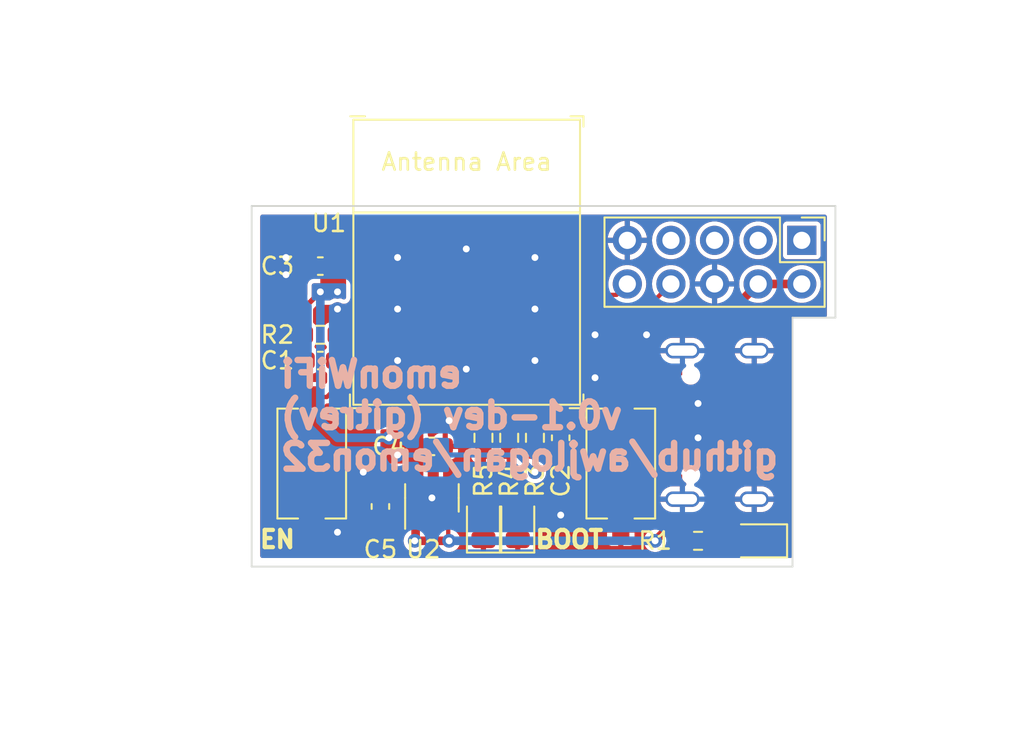
<source format=kicad_pcb>
(kicad_pcb (version 20221018) (generator pcbnew)
  (layers (0 "F.Cu" signal) (31 "B.Cu" signal) (34 "B.Paste" user) (35 "F.Paste" user) (36 "B.SilkS" user "B.Silkscreen") (37 "F.SilkS" user "F.Silkscreen") (38 "B.Mask" user) (39 "F.Mask" user) (44 "Edge.Cuts" user))
  (net 0 "")
  (net 2 "GND")
  (net 3 "+3V3")
  (net 17 "/GPIO8")
  (net 22 "/UART_RX")
  (net 23 "/UART_TX")
  (net 28 "/EN")
  (net 29 "/BOOT")
  (net 30 "+5V")
  (net 31 "Net-(D1-A)")
  (net 33 "Net-(D2-A)")
  (net 34 "Net-(D3-A)")
  (net 35 "/LINK")
  (net 36 "/STATUS")
  (net 37 "/USB_DN")
  (net 38 "/USB_DP")
  (footprint "Capacitor_SMD:C_0603_1608Metric" (layer "F.Cu") (at 139 78.5 180)
    (fp_text reference "C3" (at 2.5 0 180) (layer "F.SilkS"))
    (fp_text value "100n")
    (fp_line (start -0.14058 -0.51) (end 0.14058 -0.51) (stroke (width 0.12)) (layer "F.SilkS"))
    (fp_line (start -0.14058 0.51) (end 0.14058 0.51) (stroke (width 0.12)) (layer "F.SilkS"))
    (pad "1" smd roundrect (at -0.775 0 180) (size 0.9 0.95) (layers "F.Cu" "F.Paste" "F.Mask") (net 3 "+3V3"))
    (pad "2" smd roundrect (at 0.775 0 180) (size 0.9 0.95) (layers "F.Cu" "F.Paste" "F.Mask") (net 2 "GND"))
  )
  (footprint "Resistor_SMD:R_0603_1608Metric" (layer "F.Cu") (at 139 82.5)
    (fp_text reference "R2" (at -2.5 0 180) (layer "F.SilkS"))
    (fp_text value "10K")
    (fp_line (start -0.237258 -0.5225) (end 0.237258 -0.5225) (stroke (width 0.12)) (layer "F.SilkS"))
    (fp_line (start -0.237258 0.5225) (end 0.237258 0.5225) (stroke (width 0.12)) (layer "F.SilkS"))
    (pad "1" smd roundrect (at -0.825 0) (size 0.8 0.95) (layers "F.Cu" "F.Paste" "F.Mask") (net 3 "+3V3"))
    (pad "2" smd roundrect (at 0.825 0) (size 0.8 0.95) (layers "F.Cu" "F.Paste" "F.Mask") (net 28 "/EN"))
  )
  (footprint "Resistor_SMD:R_0603_1608Metric" (layer "F.Cu") (at 148.5 88.5 -90)
    (fp_text reference "R5" (at 2.5 0 -270) (layer "F.SilkS"))
    (fp_text value "1K")
    (fp_line (start -0.237258 -0.5225) (end 0.237258 -0.5225) (stroke (width 0.12)) (layer "F.SilkS"))
    (fp_line (start -0.237258 0.5225) (end 0.237258 0.5225) (stroke (width 0.12)) (layer "F.SilkS"))
    (pad "1" smd roundrect (at -0.825 0 270) (size 0.8 0.95) (layers "F.Cu" "F.Paste" "F.Mask") (net 36 "/STATUS"))
    (pad "2" smd roundrect (at 0.825 0 270) (size 0.8 0.95) (layers "F.Cu" "F.Paste" "F.Mask") (net 34 "Net-(D3-A)"))
  )
  (footprint "LED_SMD:LED_0805_2012Metric" (layer "F.Cu") (at 164.5 94.5 180)
    (fp_text reference "D1" hide)
    (fp_text value "LED")
    (fp_line (start -1.685 -0.96) (end -1.685 0.96) (stroke (width 0.12)) (layer "F.SilkS"))
    (fp_line (start -1.685 0.96) (end 1 0.96) (stroke (width 0.12)) (layer "F.SilkS"))
    (fp_line (start 1 -0.96) (end -1.685 -0.96) (stroke (width 0.12)) (layer "F.SilkS"))
    (pad "1" smd roundrect (at -0.9375 0 180) (size 0.975 1.4) (layers "F.Cu" "F.Paste" "F.Mask") (net 2 "GND"))
    (pad "2" smd roundrect (at 0.9375 0 180) (size 0.975 1.4) (layers "F.Cu" "F.Paste" "F.Mask") (net 31 "Net-(D1-A)"))
  )
  (footprint "LED_SMD:LED_0805_2012Metric" (layer "F.Cu") (at 150.5 93.5 90)
    (fp_text reference "D2" hide)
    (fp_text value "LED")
    (fp_line (start -1.685 -0.96) (end -1.685 0.96) (stroke (width 0.12)) (layer "F.SilkS"))
    (fp_line (start -1.685 0.96) (end 1 0.96) (stroke (width 0.12)) (layer "F.SilkS"))
    (fp_line (start 1 -0.96) (end -1.685 -0.96) (stroke (width 0.12)) (layer "F.SilkS"))
    (pad "1" smd roundrect (at -0.9375 0 90) (size 0.975 1.4) (layers "F.Cu" "F.Paste" "F.Mask") (net 2 "GND"))
    (pad "2" smd roundrect (at 0.9375 0 90) (size 0.975 1.4) (layers "F.Cu" "F.Paste" "F.Mask") (net 33 "Net-(D2-A)"))
  )
  (footprint "Resistor_SMD:R_0603_1608Metric" (layer "F.Cu") (at 151.5 88.5 90)
    (fp_text reference "R3" (at -2.5 0 90) (layer "F.SilkS"))
    (fp_text value "10K")
    (fp_line (start -0.237258 -0.5225) (end 0.237258 -0.5225) (stroke (width 0.12)) (layer "F.SilkS"))
    (fp_line (start -0.237258 0.5225) (end 0.237258 0.5225) (stroke (width 0.12)) (layer "F.SilkS"))
    (pad "1" smd roundrect (at -0.825 0 90) (size 0.8 0.95) (layers "F.Cu" "F.Paste" "F.Mask") (net 3 "+3V3"))
    (pad "2" smd roundrect (at 0.825 0 90) (size 0.8 0.95) (layers "F.Cu" "F.Paste" "F.Mask") (net 17 "/GPIO8"))
  )
  (footprint "Button_Switch_SMD:SW_Tactile_SPST_NO_Straight_CK_PTS636Sx25SMTRLFS" (layer "F.Cu") (at 138.5 90 90)
    (fp_text reference "SW1" hide)
    (fp_text value "SW_Push")
    (fp_line (start -3.2 -2) (end -3.2 -0.8) (stroke (width 0.12)) (layer "F.SilkS"))
    (fp_line (start -3.2 0.8) (end -3.2 2) (stroke (width 0.12)) (layer "F.SilkS"))
    (fp_line (start -3.2 2) (end 3.2 2) (stroke (width 0.12)) (layer "F.SilkS"))
    (fp_line (start 3.2 -2) (end -3.2 -2) (stroke (width 0.12)) (layer "F.SilkS"))
    (fp_line (start 3.2 -0.8) (end 3.2 -2) (stroke (width 0.12)) (layer "F.SilkS"))
    (fp_line (start 3.2 2) (end 3.2 0.8) (stroke (width 0.12)) (layer "F.SilkS"))
    (pad "1" smd rect (at -3.875 0 90) (size 1.25 1) (layers "F.Cu" "F.Paste" "F.Mask") (net 2 "GND"))
    (pad "2" smd rect (at 3.875 0 90) (size 1.25 1) (layers "F.Cu" "F.Paste" "F.Mask") (net 28 "/EN"))
  )
  (footprint "Resistor_SMD:R_0603_1608Metric" (layer "F.Cu") (at 150 88.5 -90)
    (fp_text reference "R4" (at 2.5 0 -270) (layer "F.SilkS"))
    (fp_text value "1K")
    (fp_line (start -0.237258 -0.5225) (end 0.237258 -0.5225) (stroke (width 0.12)) (layer "F.SilkS"))
    (fp_line (start -0.237258 0.5225) (end 0.237258 0.5225) (stroke (width 0.12)) (layer "F.SilkS"))
    (pad "1" smd roundrect (at -0.825 0 270) (size 0.8 0.95) (layers "F.Cu" "F.Paste" "F.Mask") (net 35 "/LINK"))
    (pad "2" smd roundrect (at 0.825 0 270) (size 0.8 0.95) (layers "F.Cu" "F.Paste" "F.Mask") (net 33 "Net-(D2-A)"))
  )
  (footprint "Button_Switch_SMD:SW_Tactile_SPST_NO_Straight_CK_PTS636Sx25SMTRLFS" (layer "F.Cu") (at 156.5 90 90)
    (fp_text reference "SW2" hide)
    (fp_text value "SW_Push")
    (fp_line (start -3.2 -2) (end -3.2 -0.8) (stroke (width 0.12)) (layer "F.SilkS"))
    (fp_line (start -3.2 0.8) (end -3.2 2) (stroke (width 0.12)) (layer "F.SilkS"))
    (fp_line (start -3.2 2) (end 3.2 2) (stroke (width 0.12)) (layer "F.SilkS"))
    (fp_line (start 3.2 -2) (end -3.2 -2) (stroke (width 0.12)) (layer "F.SilkS"))
    (fp_line (start 3.2 -0.8) (end 3.2 -2) (stroke (width 0.12)) (layer "F.SilkS"))
    (fp_line (start 3.2 2) (end 3.2 0.8) (stroke (width 0.12)) (layer "F.SilkS"))
    (pad "1" smd rect (at -3.875 0 90) (size 1.25 1) (layers "F.Cu" "F.Paste" "F.Mask") (net 2 "GND"))
    (pad "2" smd rect (at 3.875 0 90) (size 1.25 1) (layers "F.Cu" "F.Paste" "F.Mask") (net 29 "/BOOT"))
  )
  (footprint "PCM_Espressif:ESP32-C3-MINI-1" (layer "F.Cu") (at 147.525 78.275)
    (fp_text reference "U1" (at -8.025 -2.275) (layer "F.SilkS"))
    (fp_text value "ESP32-C3-MINI-1")
    (fp_text user "Antenna Area" (at 0 -5.85) (layer "F.SilkS"))
    (fp_line (start -6.8 7.7) (end -6.8 8.5) (stroke (width 0.12)) (layer "F.SilkS"))
    (fp_line (start -6.8 8.5) (end -6 8.5) (stroke (width 0.12)) (layer "F.SilkS"))
    (fp_line (start -6.6 -8.3) (end 6.6 -8.3) (stroke (width 0.12)) (layer "F.SilkS"))
    (fp_line (start -6.6 -2.9) (end 6.6 -2.9) (stroke (width 0.12)) (layer "F.SilkS"))
    (fp_line (start -6.6 8.3) (end -6.6 -8.3) (stroke (width 0.12)) (layer "F.SilkS"))
    (fp_line (start -5.925 -8.5) (end -6.775 -8.5) (stroke (width 0.12)) (layer "F.SilkS"))
    (fp_line (start 6.05 -8.5) (end 6.8 -8.5) (stroke (width 0.12)) (layer "F.SilkS"))
    (fp_line (start 6.6 -8.3) (end 6.6 8.3) (stroke (width 0.12)) (layer "F.SilkS"))
    (fp_line (start 6.6 8.3) (end -6.6 8.3) (stroke (width 0.12)) (layer "F.SilkS"))
    (fp_line (start 6.8 -8.5) (end 6.8 -7.9) (stroke (width 0.12)) (layer "F.SilkS"))
    (fp_line (start 6.8 7.7) (end 6.8 8.5) (stroke (width 0.12)) (layer "F.SilkS"))
    (fp_line (start 6.8 8.5) (end 6 8.5) (stroke (width 0.12)) (layer "F.SilkS"))
    (pad "1" smd rect (at -5.9 -1.3 90) (size 0.4 0.8) (layers "F.Cu" "F.Paste" "F.Mask") (net 2 "GND"))
    (pad "2" smd rect (at -5.9 -0.5 90) (size 0.4 0.8) (layers "F.Cu" "F.Paste" "F.Mask") (net 2 "GND"))
    (pad "3" smd rect (at -5.9 0.3 90) (size 0.4 0.8) (layers "F.Cu" "F.Paste" "F.Mask") (net 3 "+3V3"))
    (pad "4" smd rect (at -5.9 1.1 90) (size 0.4 0.8) (layers "F.Cu" "F.Paste" "F.Mask"))
    (pad "5" smd rect (at -5.9 1.9 90) (size 0.4 0.8) (layers "F.Cu" "F.Paste" "F.Mask"))
    (pad "6" smd rect (at -5.9 2.7 90) (size 0.4 0.8) (layers "F.Cu" "F.Paste" "F.Mask"))
    (pad "7" smd rect (at -5.9 3.5 90) (size 0.4 0.8) (layers "F.Cu" "F.Paste" "F.Mask"))
    (pad "8" smd rect (at -5.9 4.3 90) (size 0.4 0.8) (layers "F.Cu" "F.Paste" "F.Mask") (net 28 "/EN"))
    (pad "9" smd rect (at -5.9 5.1 90) (size 0.4 0.8) (layers "F.Cu" "F.Paste" "F.Mask"))
    (pad "10" smd rect (at -5.9 5.9 90) (size 0.4 0.8) (layers "F.Cu" "F.Paste" "F.Mask"))
    (pad "11" smd rect (at -5.9 6.7 90) (size 0.4 0.8) (layers "F.Cu" "F.Paste" "F.Mask") (net 2 "GND"))
    (pad "12" smd rect (at -4.8 7.6) (size 0.4 0.8) (layers "F.Cu" "F.Paste" "F.Mask"))
    (pad "13" smd rect (at -4 7.6) (size 0.4 0.8) (layers "F.Cu" "F.Paste" "F.Mask"))
    (pad "14" smd rect (at -3.2 7.6) (size 0.4 0.8) (layers "F.Cu" "F.Paste" "F.Mask") (net 2 "GND"))
    (pad "15" smd rect (at -2.4 7.6) (size 0.4 0.8) (layers "F.Cu" "F.Paste" "F.Mask"))
    (pad "16" smd rect (at -1.6 7.6) (size 0.4 0.8) (layers "F.Cu" "F.Paste" "F.Mask"))
    (pad "17" smd rect (at -0.8 7.6) (size 0.4 0.8) (layers "F.Cu" "F.Paste" "F.Mask"))
    (pad "18" smd rect (at 0 7.6) (size 0.4 0.8) (layers "F.Cu" "F.Paste" "F.Mask"))
    (pad "19" smd rect (at 0.8 7.6) (size 0.4 0.8) (layers "F.Cu" "F.Paste" "F.Mask"))
    (pad "20" smd rect (at 1.6 7.6) (size 0.4 0.8) (layers "F.Cu" "F.Paste" "F.Mask") (net 36 "/STATUS"))
    (pad "21" smd rect (at 2.4 7.6) (size 0.4 0.8) (layers "F.Cu" "F.Paste" "F.Mask") (net 35 "/LINK"))
    (pad "22" smd rect (at 3.2 7.6) (size 0.4 0.8) (layers "F.Cu" "F.Paste" "F.Mask") (net 17 "/GPIO8"))
    (pad "23" smd rect (at 4 7.6) (size 0.4 0.8) (layers "F.Cu" "F.Paste" "F.Mask") (net 29 "/BOOT"))
    (pad "24" smd rect (at 4.8 7.6) (size 0.4 0.8) (layers "F.Cu" "F.Paste" "F.Mask"))
    (pad "25" smd rect (at 5.9 6.7 90) (size 0.4 0.8) (layers "F.Cu" "F.Paste" "F.Mask"))
    (pad "26" smd rect (at 5.9 5.9 90) (size 0.4 0.8) (layers "F.Cu" "F.Paste" "F.Mask") (net 37 "/USB_DN"))
    (pad "27" smd rect (at 5.9 5.1 90) (size 0.4 0.8) (layers "F.Cu" "F.Paste" "F.Mask") (net 38 "/USB_DP"))
    (pad "28" smd rect (at 5.9 4.3 90) (size 0.4 0.8) (layers "F.Cu" "F.Paste" "F.Mask"))
    (pad "29" smd rect (at 5.9 3.5 90) (size 0.4 0.8) (layers "F.Cu" "F.Paste" "F.Mask"))
    (pad "30" smd rect (at 5.9 2.7 90) (size 0.4 0.8) (layers "F.Cu" "F.Paste" "F.Mask") (net 22 "/UART_RX"))
    (pad "31" smd rect (at 5.9 1.9 90) (size 0.4 0.8) (layers "F.Cu" "F.Paste" "F.Mask") (net 23 "/UART_TX"))
    (pad "32" smd rect (at 5.9 1.1 90) (size 0.4 0.8) (layers "F.Cu" "F.Paste" "F.Mask"))
    (pad "33" smd rect (at 5.9 0.3 90) (size 0.4 0.8) (layers "F.Cu" "F.Paste" "F.Mask"))
    (pad "34" smd rect (at 5.9 -0.5 90) (size 0.4 0.8) (layers "F.Cu" "F.Paste" "F.Mask"))
    (pad "35" smd rect (at 5.9 -1.3 90) (size 0.4 0.8) (layers "F.Cu" "F.Paste" "F.Mask"))
    (pad "36" smd rect (at 4.8 -2.2) (size 0.4 0.8) (layers "F.Cu" "F.Paste" "F.Mask") (net 2 "GND"))
    (pad "37" smd rect (at 4 -2.2) (size 0.4 0.8) (layers "F.Cu" "F.Paste" "F.Mask") (net 2 "GND"))
    (pad "38" smd rect (at 3.2 -2.2) (size 0.4 0.8) (layers "F.Cu" "F.Paste" "F.Mask") (net 2 "GND"))
    (pad "39" smd rect (at 2.4 -2.2) (size 0.4 0.8) (layers "F.Cu" "F.Paste" "F.Mask") (net 2 "GND"))
    (pad "40" smd rect (at 1.6 -2.2) (size 0.4 0.8) (layers "F.Cu" "F.Paste" "F.Mask") (net 2 "GND"))
    (pad "41" smd rect (at 0.8 -2.2) (size 0.4 0.8) (layers "F.Cu" "F.Paste" "F.Mask") (net 2 "GND"))
    (pad "42" smd rect (at 0 -2.2) (size 0.4 0.8) (layers "F.Cu" "F.Paste" "F.Mask") (net 2 "GND"))
    (pad "43" smd rect (at -0.8 -2.2) (size 0.4 0.8) (layers "F.Cu" "F.Paste" "F.Mask") (net 2 "GND"))
    (pad "44" smd rect (at -1.6 -2.2) (size 0.4 0.8) (layers "F.Cu" "F.Paste" "F.Mask") (net 2 "GND"))
    (pad "45" smd rect (at -2.4 -2.2) (size 0.4 0.8) (layers "F.Cu" "F.Paste" "F.Mask") (net 2 "GND"))
    (pad "46" smd rect (at -3.2 -2.2) (size 0.4 0.8) (layers "F.Cu" "F.Paste" "F.Mask") (net 2 "GND"))
    (pad "47" smd rect (at -4 -2.2) (size 0.4 0.8) (layers "F.Cu" "F.Paste" "F.Mask") (net 2 "GND"))
    (pad "48" smd rect (at -4.8 -2.2) (size 0.4 0.8) (layers "F.Cu" "F.Paste" "F.Mask") (net 2 "GND"))
    (pad "49" smd custom (at -1.975 0.725) (size 0.8 0.8) (layers "F.Cu" "F.Paste" "F.Mask") (net 2 "GND") (options (clearance outline) (anchor rect)) (primitives (gr_poly (pts (xy 0.725 0.725) (xy -0.725 0.725) (xy -0.725 -0.125) (xy -0.125 -0.725) (xy 0.725 -0.725)) (width 0) (fill yes))))
    (pad "49" smd rect (at -1.975 2.7 90) (size 1.45 1.45) (layers "F.Cu" "F.Paste" "F.Mask") (net 2 "GND"))
    (pad "49" smd rect (at -1.975 4.675 90) (size 1.45 1.45) (layers "F.Cu" "F.Paste" "F.Mask") (net 2 "GND"))
    (pad "49" smd rect (at 0 0.725 90) (size 1.45 1.45) (layers "F.Cu" "F.Paste" "F.Mask") (net 2 "GND"))
    (pad "49" smd rect (at 0 2.7 90) (size 1.45 1.45) (layers "F.Cu" "F.Paste" "F.Mask") (net 2 "GND"))
    (pad "49" smd rect (at 0 4.675 90) (size 1.45 1.45) (layers "F.Cu" "F.Paste" "F.Mask") (net 2 "GND"))
    (pad "49" smd rect (at 1.975 0.725 90) (size 1.45 1.45) (layers "F.Cu" "F.Paste" "F.Mask") (net 2 "GND"))
    (pad "49" smd rect (at 1.975 2.7 90) (size 1.45 1.45) (layers "F.Cu" "F.Paste" "F.Mask") (net 2 "GND"))
    (pad "49" smd rect (at 1.975 4.675 90) (size 1.45 1.45) (layers "F.Cu" "F.Paste" "F.Mask") (net 2 "GND"))
    (pad "50" smd rect (at 5.95 -2.25 90) (size 0.7 0.7) (layers "F.Cu" "F.Paste" "F.Mask") (net 2 "GND"))
    (pad "51" smd rect (at 5.95 7.65 90) (size 0.7 0.7) (layers "F.Cu" "F.Paste" "F.Mask") (net 2 "GND"))
    (pad "52" smd rect (at -5.95 7.65 90) (size 0.7 0.7) (layers "F.Cu" "F.Paste" "F.Mask") (net 2 "GND"))
    (pad "53" smd rect (at -5.95 -2.25 90) (size 0.7 0.7) (layers "F.Cu" "F.Paste" "F.Mask") (net 2 "GND"))
    (zone (net 0) (net_name "") (layers "*.Cu") (name "antenna keepout") (connect_pads (clearance 0)) (min_thickness 0.254)
      (keepout (tracks not_allowed) (vias not_allowed) (pads not_allowed) (copperpour not_allowed) (footprints not_allowed))
      (fill (thermal_gap 0.508) (thermal_bridge_width 0.508))
      (polygon (pts (xy 154.125 75.375) (xy 140.925 75.375) (xy 140.925 69.975) (xy 154.125 69.975)))
    )
  )
  (footprint "Package_TO_SOT_SMD:SOT-23-5" (layer "F.Cu") (at 145.5 92 90)
    (fp_text reference "U2" (at -3 -0.5) (layer "F.SilkS"))
    (fp_text value "AP2112K-3.3")
    (fp_line (start 0 -1.56) (end -1.8 -1.56) (stroke (width 0.12)) (layer "F.SilkS"))
    (fp_line (start 0 -1.56) (end 0.8 -1.56) (stroke (width 0.12)) (layer "F.SilkS"))
    (fp_line (start 0 1.56) (end -0.8 1.56) (stroke (width 0.12)) (layer "F.SilkS"))
    (fp_line (start 0 1.56) (end 0.8 1.56) (stroke (width 0.12)) (layer "F.SilkS"))
    (pad "1" smd roundrect (at -1.1375 -0.95 90) (size 1.325 0.6) (layers "F.Cu" "F.Paste" "F.Mask") (net 30 "+5V"))
    (pad "2" smd roundrect (at -1.1375 0 90) (size 1.325 0.6) (layers "F.Cu" "F.Paste" "F.Mask") (net 2 "GND"))
    (pad "3" smd roundrect (at -1.1375 0.95 90) (size 1.325 0.6) (layers "F.Cu" "F.Paste" "F.Mask") (net 30 "+5V"))
    (pad "4" smd roundrect (at 1.1375 0.95 90) (size 1.325 0.6) (layers "F.Cu" "F.Paste" "F.Mask"))
    (pad "5" smd roundrect (at 1.1375 -0.95 90) (size 1.325 0.6) (layers "F.Cu" "F.Paste" "F.Mask") (net 3 "+3V3"))
  )
  (footprint "Capacitor_SMD:C_0603_1608Metric" (layer "F.Cu") (at 142.5 92.5 90)
    (fp_text reference "C5" (at -2.5 0 180) (layer "F.SilkS"))
    (fp_text value "4u7")
    (fp_line (start -0.14058 -0.51) (end 0.14058 -0.51) (stroke (width 0.12)) (layer "F.SilkS"))
    (fp_line (start -0.14058 0.51) (end 0.14058 0.51) (stroke (width 0.12)) (layer "F.SilkS"))
    (pad "1" smd roundrect (at -0.775 0 90) (size 0.9 0.95) (layers "F.Cu" "F.Paste" "F.Mask") (net 30 "+5V"))
    (pad "2" smd roundrect (at 0.775 0 90) (size 0.9 0.95) (layers "F.Cu" "F.Paste" "F.Mask") (net 2 "GND"))
  )
  (footprint "valcon-usb:CSP-USC16-TR" (layer "F.Cu") (at 163 87.5 90)
    (fp_text reference "J2" hide)
    (fp_text value "USB_C_Receptacle_USB2.0")
    (pad "" np_thru_hole circle (at -3.14 -2.43 90) (size 0.6 0.6) (drill 0.6) (layers "F&B.Cu" "*.Mask"))
    (pad "" np_thru_hole circle (at 2.64 -2.43 90) (size 0.6 0.6) (drill 0.6) (layers "F&B.Cu" "*.Mask"))
    (pad "A1" smd rect (at -3.45 -3.5 270) (size 0.6 1.14) (layers "F.Cu" "F.Paste" "F.Mask") (net 2 "GND"))
    (pad "A4" smd rect (at -2.65 -3.5 270) (size 0.6 1.14) (layers "F.Cu" "F.Paste" "F.Mask") (net 30 "+5V"))
    (pad "A5" smd rect (at -1.5 -3.5 270) (size 0.3 1.14) (layers "F.Cu" "F.Paste" "F.Mask"))
    (pad "A6" smd rect (at -0.5 -3.5 270) (size 0.3 1.14) (layers "F.Cu" "F.Paste" "F.Mask") (net 38 "/USB_DP"))
    (pad "A7" smd rect (at 0 -3.5 270) (size 0.3 1.14) (layers "F.Cu" "F.Paste" "F.Mask") (net 37 "/USB_DN"))
    (pad "A8" smd rect (at 1 -3.5 270) (size 0.3 1.14) (layers "F.Cu" "F.Paste" "F.Mask"))
    (pad "A9" smd rect (at 2.15 -3.5 270) (size 0.6 1.14) (layers "F.Cu" "F.Paste" "F.Mask") (net 30 "+5V"))
    (pad "A12" smd rect (at 2.95 -3.5 270) (size 0.6 1.14) (layers "F.Cu" "F.Paste" "F.Mask") (net 2 "GND"))
    (pad "B1" smd rect (at 2.95 -3.5 270) (size 0.6 1.14) (layers "F.Cu" "F.Paste" "F.Mask") (net 2 "GND"))
    (pad "B4" smd rect (at 2.15 -3.5 270) (size 0.6 1.14) (layers "F.Cu" "F.Paste" "F.Mask") (net 30 "+5V"))
    (pad "B5" smd rect (at 1.5 -3.5 270) (size 0.3 1.14) (layers "F.Cu" "F.Paste" "F.Mask"))
    (pad "B6" smd rect (at 0.5 -3.5 270) (size 0.3 1.14) (layers "F.Cu" "F.Paste" "F.Mask") (net 38 "/USB_DP"))
    (pad "B7" smd rect (at -1 -3.5 270) (size 0.3 1.14) (layers "F.Cu" "F.Paste" "F.Mask") (net 37 "/USB_DN"))
    (pad "B8" smd rect (at -2 -3.5 270) (size 0.3 1.14) (layers "F.Cu" "F.Paste" "F.Mask"))
    (pad "B9" smd rect (at -2.65 -3.5 270) (size 0.6 1.14) (layers "F.Cu" "F.Paste" "F.Mask") (net 30 "+5V"))
    (pad "B12" smd rect (at -3.45 -3.5 270) (size 0.6 1.14) (layers "F.Cu" "F.Paste" "F.Mask") (net 2 "GND"))
    (pad "S1" thru_hole oval (at -4.575 -2.91 180) (size 2 0.9) (drill oval 1.7 0.6) (layers "*.Cu" "*.Mask") (net 2 "GND"))
    (pad "S1" thru_hole oval (at -4.575 1.27 180) (size 1.7 0.9) (drill oval 1.4 0.6) (layers "*.Cu" "*.Mask") (net 2 "GND"))
    (pad "S1" thru_hole oval (at 4.075 -2.91 180) (size 2 0.9) (drill oval 1.7 0.6) (layers "*.Cu" "*.Mask") (net 2 "GND"))
    (pad "S1" thru_hole oval (at 4.075 1.27 180) (size 1.7 0.9) (drill oval 1.4 0.6) (layers "*.Cu" "*.Mask") (net 2 "GND"))
  )
  (footprint "LED_SMD:LED_0805_2012Metric" (layer "F.Cu") (at 148.5 93.5 90)
    (fp_text reference "D3" hide)
    (fp_text value "LED")
    (fp_line (start -1.685 -0.96) (end -1.685 0.96) (stroke (width 0.12)) (layer "F.SilkS"))
    (fp_line (start -1.685 0.96) (end 1 0.96) (stroke (width 0.12)) (layer "F.SilkS"))
    (fp_line (start 1 -0.96) (end -1.685 -0.96) (stroke (width 0.12)) (layer "F.SilkS"))
    (pad "1" smd roundrect (at -0.9375 0 90) (size 0.975 1.4) (layers "F.Cu" "F.Paste" "F.Mask") (net 2 "GND"))
    (pad "2" smd roundrect (at 0.9375 0 90) (size 0.975 1.4) (layers "F.Cu" "F.Paste" "F.Mask") (net 34 "Net-(D3-A)"))
  )
  (footprint "Capacitor_SMD:C_0603_1608Metric" (layer "F.Cu") (at 153 88.5 -90)
    (fp_text reference "C2" (at 2.5 0 90) (layer "F.SilkS"))
    (fp_text value "100n")
    (fp_line (start -0.14058 -0.51) (end 0.14058 -0.51) (stroke (width 0.12)) (layer "F.SilkS"))
    (fp_line (start -0.14058 0.51) (end 0.14058 0.51) (stroke (width 0.12)) (layer "F.SilkS"))
    (pad "1" smd roundrect (at -0.775 0 270) (size 0.9 0.95) (layers "F.Cu" "F.Paste" "F.Mask") (net 29 "/BOOT"))
    (pad "2" smd roundrect (at 0.775 0 270) (size 0.9 0.95) (layers "F.Cu" "F.Paste" "F.Mask") (net 2 "GND"))
  )
  (footprint "Capacitor_SMD:C_0603_1608Metric" (layer "F.Cu") (at 139 84 180)
    (fp_text reference "C1" (at 2.5 0 180) (layer "F.SilkS"))
    (fp_text value "100n")
    (fp_line (start -0.14058 -0.51) (end 0.14058 -0.51) (stroke (width 0.12)) (layer "F.SilkS"))
    (fp_line (start -0.14058 0.51) (end 0.14058 0.51) (stroke (width 0.12)) (layer "F.SilkS"))
    (pad "1" smd roundrect (at -0.775 0 180) (size 0.9 0.95) (layers "F.Cu" "F.Paste" "F.Mask") (net 28 "/EN"))
    (pad "2" smd roundrect (at 0.775 0 180) (size 0.9 0.95) (layers "F.Cu" "F.Paste" "F.Mask") (net 2 "GND"))
  )
  (footprint "Capacitor_SMD:C_0603_1608Metric" (layer "F.Cu") (at 145.5 89)
    (fp_text reference "C4" (at -2.5 0) (layer "F.SilkS"))
    (fp_text value "4u7")
    (fp_line (start -0.14058 -0.51) (end 0.14058 -0.51) (stroke (width 0.12)) (layer "F.SilkS"))
    (fp_line (start -0.14058 0.51) (end 0.14058 0.51) (stroke (width 0.12)) (layer "F.SilkS"))
    (pad "1" smd roundrect (at -0.775 0) (size 0.9 0.95) (layers "F.Cu" "F.Paste" "F.Mask") (net 3 "+3V3"))
    (pad "2" smd roundrect (at 0.775 0) (size 0.9 0.95) (layers "F.Cu" "F.Paste" "F.Mask") (net 2 "GND"))
  )
  (footprint "Connector_PinHeader_2.54mm:PinHeader_2x05_P2.54mm_Vertical" (layer "F.Cu") (at 167.04 77 -90)
    (fp_text reference "J1" hide)
    (fp_text value "Conn_02x05_Odd_Even")
    (fp_line (start -1.33 -1.33) (end 0 -1.33) (stroke (width 0.12)) (layer "F.SilkS"))
    (fp_line (start -1.33 0) (end -1.33 -1.33) (stroke (width 0.12)) (layer "F.SilkS"))
    (fp_line (start -1.33 1.27) (end -1.33 11.49) (stroke (width 0.12)) (layer "F.SilkS"))
    (fp_line (start -1.33 1.27) (end 1.27 1.27) (stroke (width 0.12)) (layer "F.SilkS"))
    (fp_line (start -1.33 11.49) (end 3.87 11.49) (stroke (width 0.12)) (layer "F.SilkS"))
    (fp_line (start 1.27 -1.33) (end 3.87 -1.33) (stroke (width 0.12)) (layer "F.SilkS"))
    (fp_line (start 1.27 1.27) (end 1.27 -1.33) (stroke (width 0.12)) (layer "F.SilkS"))
    (fp_line (start 3.87 -1.33) (end 3.87 11.49) (stroke (width 0.12)) (layer "F.SilkS"))
    (pad "1" thru_hole rect (at 0 0 270) (size 1.7 1.7) (drill 1) (layers "*.Cu" "*.Mask"))
    (pad "2" thru_hole oval (at 2.54 0 270) (size 1.7 1.7) (drill 1) (layers "*.Cu" "*.Mask") (net 30 "+5V"))
    (pad "3" thru_hole oval (at 0 2.54 270) (size 1.7 1.7) (drill 1) (layers "*.Cu" "*.Mask"))
    (pad "4" thru_hole oval (at 2.54 2.54 270) (size 1.7 1.7) (drill 1) (layers "*.Cu" "*.Mask") (net 30 "+5V"))
    (pad "5" thru_hole oval (at 0 5.08 270) (size 1.7 1.7) (drill 1) (layers "*.Cu" "*.Mask"))
    (pad "6" thru_hole oval (at 2.54 5.08 270) (size 1.7 1.7) (drill 1) (layers "*.Cu" "*.Mask") (net 2 "GND"))
    (pad "7" thru_hole oval (at 0 7.62 270) (size 1.7 1.7) (drill 1) (layers "*.Cu" "*.Mask"))
    (pad "8" thru_hole oval (at 2.54 7.62 270) (size 1.7 1.7) (drill 1) (layers "*.Cu" "*.Mask") (net 22 "/UART_RX"))
    (pad "9" thru_hole oval (at 0 10.16 270) (size 1.7 1.7) (drill 1) (layers "*.Cu" "*.Mask") (net 2 "GND"))
    (pad "10" thru_hole oval (at 2.54 10.16 270) (size 1.7 1.7) (drill 1) (layers "*.Cu" "*.Mask") (net 23 "/UART_TX"))
  )
  (footprint "Resistor_SMD:R_0603_1608Metric" (layer "F.Cu") (at 161 94.5)
    (fp_text reference "R1" (at -2.5 0) (layer "F.SilkS"))
    (fp_text value "1K")
    (fp_line (start -0.237258 -0.5225) (end 0.237258 -0.5225) (stroke (width 0.12)) (layer "F.SilkS"))
    (fp_line (start -0.237258 0.5225) (end 0.237258 0.5225) (stroke (width 0.12)) (layer "F.SilkS"))
    (pad "1" smd roundrect (at -0.825 0) (size 0.8 0.95) (layers "F.Cu" "F.Paste" "F.Mask") (net 30 "+5V"))
    (pad "2" smd roundrect (at 0.825 0) (size 0.8 0.95) (layers "F.Cu" "F.Paste" "F.Mask") (net 31 "Net-(D1-A)"))
  )
  (gr_line (start 166.5 81.5) (end 169 81.5) (stroke (width 0.1)) (layer "Edge.Cuts"))
  (gr_line (start 166.5 81.5) (end 166.5 96) (stroke (width 0.1)) (layer "Edge.Cuts"))
  (gr_line (start 169 75) (end 169 81.5) (stroke (width 0.1)) (layer "Edge.Cuts"))
  (gr_line (start 135 75) (end 169 75) (stroke (width 0.1)) (layer "Edge.Cuts"))
  (gr_line (start 135 96) (end 135 75) (stroke (width 0.1)) (layer "Edge.Cuts"))
  (gr_line (start 166.5 96) (end 135 96) (stroke (width 0.1)) (layer "Edge.Cuts"))
  (gr_text "emonWiFi\nv0.1-dev (gitrev)\ngithub/awjlogan/emon32" (at 136.5 90.5) (layer "B.SilkS") (effects (font (size 1.5 1.5) (thickness 0.375) bold) (justify right bottom mirror)))
  (gr_text "BOOT" (at 153.5 95) (layer "F.SilkS") (effects (font (size 1 1) (thickness 0.25) bold) (justify bottom)))
  (gr_text "EN" (at 136.5 95) (layer "F.SilkS") (effects (font (size 1 1) (thickness 0.25) bold) (justify bottom)))
  (via (at 147.5 84.5) (size 0.8) (drill 0.4) (layers "F.Cu" "B.Cu") (net 2))
  (via (at 137 79) (size 0.8) (drill 0.4) (layers "F.Cu" "B.Cu") (net 2))
  (via (at 153 93) (size 0.8) (drill 0.4) (layers "F.Cu" "B.Cu") (net 2))
  (via (at 143.5 78) (size 0.8) (drill 0.4) (layers "F.Cu" "B.Cu") (net 2))
  (via (at 137 78) (size 0.8) (drill 0.4) (layers "F.Cu" "B.Cu") (net 2))
  (via (at 146.5 87.5) (size 0.8) (drill 0.4) (layers "F.Cu" "B.Cu") (net 2))
  (via (at 145.5 92) (size 0.8) (drill 0.4) (layers "F.Cu" "B.Cu") (net 2))
  (via (at 151.5 84) (size 0.8) (drill 0.4) (layers "F.Cu" "B.Cu") (net 2))
  (via (at 143.5 84) (size 0.8) (drill 0.4) (layers "F.Cu" "B.Cu") (net 2))
  (via (at 161 86.5) (size 0.8) (drill 0.4) (layers "F.Cu" "B.Cu") (net 2))
  (via (at 141.5 90.5) (size 0.8) (drill 0.4) (layers "F.Cu" "B.Cu") (net 2))
  (via (at 147.5 77.5) (size 0.8) (drill 0.4) (layers "F.Cu" "B.Cu") (net 2))
  (via (at 151.5 78) (size 0.8) (drill 0.4) (layers "F.Cu" "B.Cu") (net 2))
  (via (at 155 85) (size 0.8) (drill 0.4) (layers "F.Cu" "B.Cu") (net 2))
  (via (at 155 82.5) (size 0.8) (drill 0.4) (layers "F.Cu" "B.Cu") (net 2))
  (via (at 158 82.5) (size 0.8) (drill 0.4) (layers "F.Cu" "B.Cu") (net 2))
  (via (at 161 88.5) (size 0.8) (drill 0.4) (layers "F.Cu" "B.Cu") (net 2))
  (via (at 140 94) (size 0.8) (drill 0.4) (layers "F.Cu" "B.Cu") (net 2))
  (via (at 151.5 81) (size 0.8) (drill 0.4) (layers "F.Cu" "B.Cu") (net 2))
  (via (at 140 81) (size 0.8) (drill 0.4) (layers "F.Cu" "B.Cu") (net 2))
  (via (at 143.5 81) (size 0.8) (drill 0.4) (layers "F.Cu" "B.Cu") (net 2))
  (segment (start 151.5 89.325) (end 151.5 90.5) (width 0.3) (layer "F.Cu") (net 3))
  (segment (start 138.175 82.5) (end 138.175 80.825) (width 0.3) (layer "F.Cu") (net 3))
  (segment (start 138.175 80.825) (end 139 80) (width 0.3) (layer "F.Cu") (net 3))
  (segment (start 144.55 89.175) (end 144.725 89) (width 0.4) (layer "F.Cu") (net 3))
  (segment (start 139.85 78.575) (end 139.775 78.5) (width 0.4) (layer "F.Cu") (net 3))
  (via (at 151.5 90.5) (size 0.8) (drill 0.4) (layers "F.Cu" "B.Cu") (net 3))
  (via (at 143.5 89.5) (size 0.8) (drill 0.4) (layers "F.Cu" "B.Cu") (net 3))
  (via (at 143 88.5) (size 0.8) (drill 0.4) (layers "F.Cu" "B.Cu") (net 3))
  (via (at 139 80) (size 0.8) (drill 0.4) (layers "F.Cu" "B.Cu") (net 3))
  (via (at 140 80) (size 0.8) (drill 0.4) (layers "F.Cu" "B.Cu") (net 3))
  (segment (start 150.5 89.5) (end 151.5 90.5) (width 0.3) (layer "B.Cu") (net 3))
  (segment (start 143.5 89.5) (end 150.5 89.5) (width 0.3) (layer "B.Cu") (net 3))
  (segment (start 140 88.5) (end 139 87.5) (width 0.5) (layer "B.Cu") (net 3))
  (segment (start 143 88.5) (end 140 88.5) (width 0.5) (layer "B.Cu") (net 3))
  (segment (start 139 87.5) (end 139 80) (width 0.5) (layer "B.Cu") (net 3))
  (segment (start 150.725 86.9) (end 151.5 87.675) (width 0.25) (layer "F.Cu") (net 17))
  (segment (start 150.725 85.875) (end 150.725 86.9) (width 0.25) (layer "F.Cu") (net 17))
  (segment (start 157.985 80.975) (end 159.42 79.54) (width 0.25) (layer "F.Cu") (net 22))
  (segment (start 153.425 80.975) (end 157.985 80.975) (width 0.25) (layer "F.Cu") (net 22))
  (segment (start 156.245 80.175) (end 156.88 79.54) (width 0.25) (layer "F.Cu") (net 23))
  (segment (start 153.425 80.175) (end 156.245 80.175) (width 0.25) (layer "F.Cu") (net 23))
  (segment (start 138.5 86.125) (end 139.375 86.125) (width 0.25) (layer "F.Cu") (net 28))
  (segment (start 139.375 86.125) (end 139.775 85.725) (width 0.25) (layer "F.Cu") (net 28))
  (segment (start 139.775 85.725) (end 139.775 84) (width 0.25) (layer "F.Cu") (net 28))
  (segment (start 139.825 83.95) (end 139.775 84) (width 0.25) (layer "F.Cu") (net 28))
  (segment (start 141.625 82.575) (end 139.9 82.575) (width 0.25) (layer "F.Cu") (net 28))
  (segment (start 139.825 82.5) (end 139.825 83.95) (width 0.25) (layer "F.Cu") (net 28))
  (segment (start 139.9 82.575) (end 139.825 82.5) (width 0.25) (layer "F.Cu") (net 28))
  (segment (start 152 87) (end 152.275 87) (width 0.25) (layer "F.Cu") (net 29))
  (segment (start 156.275 87.725) (end 156.5 87.5) (width 0.3) (layer "F.Cu") (net 29))
  (segment (start 152.275 87) (end 153 87.725) (width 0.25) (layer "F.Cu") (net 29))
  (segment (start 156.5 87.5) (end 156.5 86.125) (width 0.3) (layer "F.Cu") (net 29))
  (segment (start 153 87.725) (end 156.275 87.725) (width 0.3) (layer "F.Cu") (net 29))
  (segment (start 151.525 86.525) (end 152 87) (width 0.25) (layer "F.Cu") (net 29))
  (segment (start 151.525 85.875) (end 151.525 86.525) (width 0.25) (layer "F.Cu") (net 29))
  (segment (start 146.45 94.45) (end 146.5 94.5) (width 0.25) (layer "F.Cu") (net 30))
  (segment (start 164.5 79.54) (end 167.04 79.54) (width 0.5) (layer "F.Cu") (net 30))
  (segment (start 160.175 93.675) (end 160 93.5) (width 0.25) (layer "F.Cu") (net 30))
  (segment (start 146.45 93.1375) (end 146.45 94.45) (width 0.25) (layer "F.Cu") (net 30))
  (segment (start 144.5 94.5) (end 146.5 94.5) (width 0.5) (layer "F.Cu") (net 30))
  (segment (start 144.55 93.1375) (end 144.55 94.45) (width 0.5) (layer "F.Cu") (net 30))
  (segment (start 144.55 94.45) (end 144.5 94.5) (width 0.25) (layer "F.Cu") (net 30))
  (segment (start 164.5 79.54) (end 162 82.04) (width 0.5) (layer "F.Cu") (net 30))
  (segment (start 162 82.04) (end 162 85.5) (width 0.5) (layer "F.Cu") (net 30))
  (segment (start 159.5 93.5) (end 158.5 94.5) (width 0.5) (layer "F.Cu") (net 30))
  (segment (start 161 93.5) (end 160 93.5) (width 0.5) (layer "F.Cu") (net 30))
  (segment (start 162 85.5) (end 162 92.5) (width 0.5) (layer "F.Cu") (net 30))
  (segment (start 142.6375 93.1375) (end 142.5 93.275) (width 0.5) (layer "F.Cu") (net 30))
  (segment (start 160.175 94.5) (end 160.175 93.675) (width 0.25) (layer "F.Cu") (net 30))
  (segment (start 144.55 93.1375) (end 142.6375 93.1375) (width 0.5) (layer "F.Cu") (net 30))
  (segment (start 160 93.5) (end 159.5 93.5) (width 0.5) (layer "F.Cu") (net 30))
  (segment (start 162 92.5) (end 161 93.5) (width 0.5) (layer "F.Cu") (net 30))
  (via (at 144.5 94.5) (size 0.8) (drill 0.4) (layers "F.Cu" "B.Cu") (net 30))
  (via (at 158.5 94.5) (size 0.8) (drill 0.4) (layers "F.Cu" "B.Cu") (net 30))
  (via (at 146.5 94.5) (size 0.8) (drill 0.4) (layers "F.Cu" "B.Cu") (net 30))
  (segment (start 146.5 94.5) (end 158.5 94.5) (width 0.5) (layer "B.Cu") (net 30))
  (segment (start 161.825 94.5) (end 163.5625 94.5) (width 0.3) (layer "F.Cu") (net 31))
  (segment (start 150 89.325) (end 150 90.5) (width 0.3) (layer "F.Cu") (net 33))
  (segment (start 150.5 91) (end 150.5 92.5625) (width 0.3) (layer "F.Cu") (net 33))
  (segment (start 150 90.5) (end 150.5 91) (width 0.3) (layer "F.Cu") (net 33))
  (segment (start 148.5 89.325) (end 148.5 92.5625) (width 0.3) (layer "F.Cu") (net 34))
  (segment (start 149.925 85.875) (end 149.925 87.6) (width 0.25) (layer "F.Cu") (net 35))
  (segment (start 149.925 87.6) (end 150 87.675) (width 0.25) (layer "F.Cu") (net 35))
  (segment (start 149.125 87.05) (end 148.5 87.675) (width 0.25) (layer "F.Cu") (net 36))
  (segment (start 149.125 85.875) (end 149.125 87.05) (width 0.25) (layer "F.Cu") (net 36))
  (segment (start 154.025001 84.175) (end 153.425 84.175) (width 0.2) (layer "F.Cu") (net 37))
  (segment (start 158.493631 88.313631) (end 158.493631 87.45) (width 0.2) (layer "F.Cu") (net 37))
  (segment (start 158.180019 85.498219) (end 156.6818 84) (width 0.2) (layer "F.Cu") (net 37))
  (segment (start 159.5 87.5) (end 159.45 87.45) (width 0.2) (layer "F.Cu") (net 37))
  (segment (start 159.45 87.45) (end 158.493631 87.45) (width 0.2) (layer "F.Cu") (net 37))
  (segment (start 159.5 88.5) (end 158.68 88.5) (width 0.2) (layer "F.Cu") (net 37))
  (segment (start 156.6818 84) (end 154.200001 84) (width 0.2) (layer "F.Cu") (net 37))
  (segment (start 154.200001 84) (end 154.025001 84.175) (width 0.2) (layer "F.Cu") (net 37))
  (segment (start 158.180019 87.136388) (end 158.180019 85.498219) (width 0.2) (layer "F.Cu") (net 37))
  (segment (start 158.68 88.5) (end 158.493631 88.313631) (width 0.2) (layer "F.Cu") (net 37))
  (segment (start 158.493631 87.45) (end 158.180019 87.136388) (width 0.2) (layer "F.Cu") (net 37))
  (segment (start 158.63 85.3118) (end 156.8682 83.55) (width 0.2) (layer "F.Cu") (net 38))
  (segment (start 160.32 87) (end 159.5 87) (width 0.2) (layer "F.Cu") (net 38))
  (segment (start 158.63 86.95) (end 158.63 85.3118) (width 0.2) (layer "F.Cu") (net 38))
  (segment (start 156.8682 83.55) (end 154.200001 83.55) (width 0.2) (layer "F.Cu") (net 38))
  (segment (start 159.5 88) (end 160.32 88) (width 0.2) (layer "F.Cu") (net 38))
  (segment (start 154.025001 83.375) (end 153.425 83.375) (width 0.2) (layer "F.Cu") (net 38))
  (segment (start 159.5 87) (end 159.5 86.95) (width 0.2) (layer "F.Cu") (net 38))
  (segment (start 160.32 88) (end 160.37 87.95) (width 0.2) (layer "F.Cu") (net 38))
  (segment (start 154.200001 83.55) (end 154.025001 83.375) (width 0.2) (layer "F.Cu") (net 38))
  (segment (start 159.5 86.95) (end 158.63 86.95) (width 0.2) (layer "F.Cu") (net 38))
  (segment (start 160.37 87.05) (end 160.32 87) (width 0.2) (layer "F.Cu") (net 38))
  (segment (start 160.37 87.95) (end 160.37 87.05) (width 0.2) (layer "F.Cu") (net 38))
  (zone (net 30) (net_name "+5V") (layer "F.Cu") (priority 6) (connect_pads yes (clearance 0.25)) (min_thickness 0.25) (fill yes (thermal_gap 0.5) (thermal_bridge_width 0.5))
    (polygon (pts (xy 159.5 89.5) (xy 162 89.5) (xy 162 90.5) (xy 159.5 90.5)))
  )
  (zone (net 3) (net_name "+3V3") (layer "F.Cu") (priority 1) (connect_pads yes (clearance 0.25)) (min_thickness 0.25) (fill yes (thermal_gap 0.3) (thermal_bridge_width 0.3))
    (polygon (pts (xy 145 91.5) (xy 145 88) (xy 142.5 88) (xy 142.5 90) (xy 144 90) (xy 144 91.5)))
  )
  (zone (net 30) (net_name "+5V") (layer "F.Cu") (priority 5) (connect_pads yes (clearance 0.25)) (min_thickness 0.25) (fill yes (thermal_gap 0.5) (thermal_bridge_width 0.5))
    (polygon (pts (xy 159.5 85) (xy 162 85) (xy 162 85.5) (xy 161.5 85.5) (xy 161.5 86) (xy 159.5 86)))
  )
  (zone (net 3) (net_name "+3V3") (layer "F.Cu") (priority 2) (connect_pads yes (clearance 0.25)) (min_thickness 0.25) (fill yes (thermal_gap 0.3) (thermal_bridge_width 0.3) (island_removal_mode 1) (island_area_min 10))
    (polygon (pts (xy 142 78) (xy 139 78) (xy 139 79.5) (xy 138.5 79.5) (xy 138.5 80.5) (xy 140.5 80.5) (xy 140.5 79) (xy 142 79)))
  )
  (zone (net 2) (net_name "GND") (layers "F&B.Cu") (name "GND") (connect_pads (clearance 0.25)) (min_thickness 0.25) (fill yes (thermal_gap 0.3) (thermal_bridge_width 0.3))
    (polygon (pts (xy 168.5 95.5) (xy 135.5 95.5) (xy 135.5 75.5) (xy 168.5 75.5)))
  )
  (zone (net 3) (net_name "+3V3") (layer "B.Cu") (priority 3) (connect_pads yes (clearance 0.25)) (min_thickness 0.25) (fill yes (thermal_gap 0.3) (thermal_bridge_width 0.3) (island_removal_mode 1) (island_area_min 10))
    (polygon (pts (xy 146.5 88.5) (xy 145 88.5) (xy 145 90.5) (xy 146.5 90.5)))
  )
  (zone (net 3) (net_name "+3V3") (layer "B.Cu") (priority 4) (connect_pads yes (clearance 0.25)) (min_thickness 0.25) (fill yes (thermal_gap 0.3) (thermal_bridge_width 0.3) (island_removal_mode 1) (island_area_min 10))
    (polygon (pts (xy 138.5 79.5) (xy 140.5 79.5) (xy 140.5 80.5) (xy 138.5 80.5)))
  )
)
</source>
